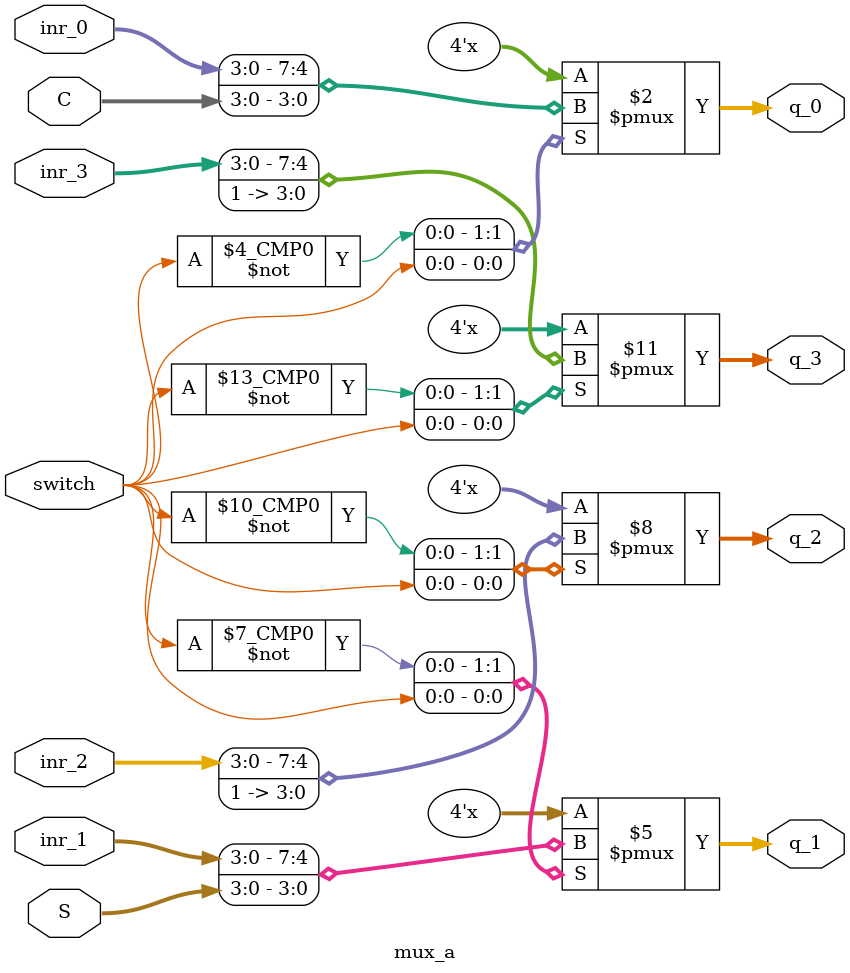
<source format=v>
`timescale 1ns / 1ps


module mux_a(inr_3,inr_2,inr_1,inr_0,S,C,q_3,q_2,q_1,q_0,switch);
input switch;
input [3:0] inr_3,inr_2,inr_1,inr_0,S,C;
output [3:0] q_3,q_2,q_1,q_0;
reg[3:0] q_3,q_2,q_1,q_0;
always@(switch)begin
    case(switch)
    0:begin q_3<=inr_3;q_2<=inr_2;q_1<=inr_1;q_0<=inr_0; end
    1:begin q_1<=S;q_0<=C; q_2<=4'b1111;q_3<=4'b1111;end
    endcase
end
endmodule

</source>
